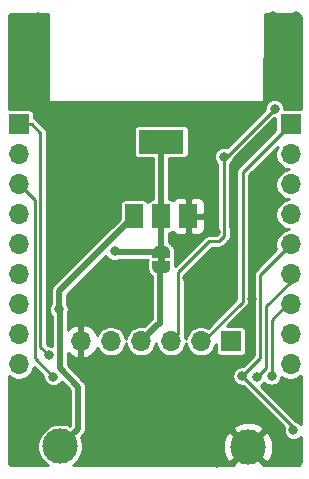
<source format=gbr>
%TF.GenerationSoftware,KiCad,Pcbnew,5.1.9-73d0e3b20d~88~ubuntu18.04.1*%
%TF.CreationDate,2021-11-28T01:15:10+02:00*%
%TF.ProjectId,ESP8266-Breakout,45535038-3236-4362-9d42-7265616b6f75,rev?*%
%TF.SameCoordinates,Original*%
%TF.FileFunction,Copper,L2,Bot*%
%TF.FilePolarity,Positive*%
%FSLAX46Y46*%
G04 Gerber Fmt 4.6, Leading zero omitted, Abs format (unit mm)*
G04 Created by KiCad (PCBNEW 5.1.9-73d0e3b20d~88~ubuntu18.04.1) date 2021-11-28 01:15:10*
%MOMM*%
%LPD*%
G01*
G04 APERTURE LIST*
%TA.AperFunction,EtchedComponent*%
%ADD10C,0.100000*%
%TD*%
%TA.AperFunction,SMDPad,CuDef*%
%ADD11R,1.500000X2.000000*%
%TD*%
%TA.AperFunction,SMDPad,CuDef*%
%ADD12R,3.800000X2.000000*%
%TD*%
%TA.AperFunction,SMDPad,CuDef*%
%ADD13C,0.100000*%
%TD*%
%TA.AperFunction,ComponentPad*%
%ADD14O,1.700000X1.700000*%
%TD*%
%TA.AperFunction,ComponentPad*%
%ADD15R,1.700000X1.700000*%
%TD*%
%TA.AperFunction,SMDPad,CuDef*%
%ADD16C,3.000000*%
%TD*%
%TA.AperFunction,ViaPad*%
%ADD17C,0.800000*%
%TD*%
%TA.AperFunction,Conductor*%
%ADD18C,0.500000*%
%TD*%
%TA.AperFunction,Conductor*%
%ADD19C,0.250000*%
%TD*%
%TA.AperFunction,Conductor*%
%ADD20C,0.254000*%
%TD*%
%TA.AperFunction,Conductor*%
%ADD21C,0.100000*%
%TD*%
G04 APERTURE END LIST*
D10*
%TO.C,JP501*%
G36*
X152950000Y-86100000D02*
G01*
X152950000Y-86600000D01*
X152350000Y-86600000D01*
X152350000Y-86100000D01*
X152950000Y-86100000D01*
G37*
%TD*%
D11*
%TO.P,U101,1*%
%TO.N,GND*%
X154950000Y-82650000D03*
%TO.P,U101,3*%
%TO.N,+5V*%
X150350000Y-82650000D03*
%TO.P,U101,2*%
%TO.N,+3V3*%
X152650000Y-82650000D03*
D12*
X152650000Y-76350000D03*
%TD*%
%TA.AperFunction,SMDPad,CuDef*%
D13*
%TO.P,JP501,1*%
%TO.N,Net-(J501-Pad4)*%
G36*
X153400000Y-86500000D02*
G01*
X153400000Y-87000000D01*
X153399398Y-87000000D01*
X153399398Y-87024534D01*
X153394588Y-87073365D01*
X153385016Y-87121490D01*
X153370772Y-87168445D01*
X153351995Y-87213778D01*
X153328864Y-87257051D01*
X153301604Y-87297850D01*
X153270476Y-87335779D01*
X153235779Y-87370476D01*
X153197850Y-87401604D01*
X153157051Y-87428864D01*
X153113778Y-87451995D01*
X153068445Y-87470772D01*
X153021490Y-87485016D01*
X152973365Y-87494588D01*
X152924534Y-87499398D01*
X152900000Y-87499398D01*
X152900000Y-87500000D01*
X152400000Y-87500000D01*
X152400000Y-87499398D01*
X152375466Y-87499398D01*
X152326635Y-87494588D01*
X152278510Y-87485016D01*
X152231555Y-87470772D01*
X152186222Y-87451995D01*
X152142949Y-87428864D01*
X152102150Y-87401604D01*
X152064221Y-87370476D01*
X152029524Y-87335779D01*
X151998396Y-87297850D01*
X151971136Y-87257051D01*
X151948005Y-87213778D01*
X151929228Y-87168445D01*
X151914984Y-87121490D01*
X151905412Y-87073365D01*
X151900602Y-87024534D01*
X151900602Y-87000000D01*
X151900000Y-87000000D01*
X151900000Y-86500000D01*
X153400000Y-86500000D01*
G37*
%TD.AperFunction*%
%TA.AperFunction,SMDPad,CuDef*%
%TO.P,JP501,2*%
%TO.N,+3V3*%
G36*
X151900602Y-85700000D02*
G01*
X151900602Y-85675466D01*
X151905412Y-85626635D01*
X151914984Y-85578510D01*
X151929228Y-85531555D01*
X151948005Y-85486222D01*
X151971136Y-85442949D01*
X151998396Y-85402150D01*
X152029524Y-85364221D01*
X152064221Y-85329524D01*
X152102150Y-85298396D01*
X152142949Y-85271136D01*
X152186222Y-85248005D01*
X152231555Y-85229228D01*
X152278510Y-85214984D01*
X152326635Y-85205412D01*
X152375466Y-85200602D01*
X152400000Y-85200602D01*
X152400000Y-85200000D01*
X152900000Y-85200000D01*
X152900000Y-85200602D01*
X152924534Y-85200602D01*
X152973365Y-85205412D01*
X153021490Y-85214984D01*
X153068445Y-85229228D01*
X153113778Y-85248005D01*
X153157051Y-85271136D01*
X153197850Y-85298396D01*
X153235779Y-85329524D01*
X153270476Y-85364221D01*
X153301604Y-85402150D01*
X153328864Y-85442949D01*
X153351995Y-85486222D01*
X153370772Y-85531555D01*
X153385016Y-85578510D01*
X153394588Y-85626635D01*
X153399398Y-85675466D01*
X153399398Y-85700000D01*
X153400000Y-85700000D01*
X153400000Y-86200000D01*
X151900000Y-86200000D01*
X151900000Y-85700000D01*
X151900602Y-85700000D01*
G37*
%TD.AperFunction*%
%TD*%
D14*
%TO.P,J501,6*%
%TO.N,GND*%
X145850000Y-93250000D03*
%TO.P,J501,5*%
%TO.N,Net-(J501-Pad5)*%
X148390000Y-93250000D03*
%TO.P,J501,4*%
%TO.N,Net-(J501-Pad4)*%
X150930000Y-93250000D03*
%TO.P,J501,3*%
%TO.N,/GPIO3*%
X153470000Y-93250000D03*
%TO.P,J501,2*%
%TO.N,/GPIO1*%
X156010000Y-93250000D03*
D15*
%TO.P,J501,1*%
%TO.N,Net-(J501-Pad1)*%
X158550000Y-93250000D03*
%TD*%
%TO.P,J101,1*%
%TO.N,/RST*%
X140600000Y-74900000D03*
D14*
%TO.P,J101,2*%
%TO.N,/ADC*%
X140600000Y-77440000D03*
%TO.P,J101,3*%
%TO.N,/EN*%
X140600000Y-79980000D03*
%TO.P,J101,4*%
%TO.N,/GPIO16*%
X140600000Y-82520000D03*
%TO.P,J101,5*%
%TO.N,/GPIO14*%
X140600000Y-85060000D03*
%TO.P,J101,6*%
%TO.N,/GPIO12*%
X140600000Y-87600000D03*
%TO.P,J101,7*%
%TO.N,/GPIO13*%
X140600000Y-90140000D03*
%TO.P,J101,8*%
%TO.N,+3V3*%
X140600000Y-92680000D03*
%TO.P,J101,9*%
%TO.N,+5V*%
X140600000Y-95220000D03*
%TD*%
%TO.P,J102,9*%
%TO.N,/GPIO10*%
X163600000Y-95220000D03*
%TO.P,J102,8*%
%TO.N,GND*%
X163600000Y-92680000D03*
%TO.P,J102,7*%
%TO.N,/GPIO15*%
X163600000Y-90140000D03*
%TO.P,J102,6*%
%TO.N,/GPIO2*%
X163600000Y-87600000D03*
%TO.P,J102,5*%
%TO.N,/GPIO0*%
X163600000Y-85060000D03*
%TO.P,J102,4*%
%TO.N,/GPIO4*%
X163600000Y-82520000D03*
%TO.P,J102,3*%
%TO.N,/GPIO5*%
X163600000Y-79980000D03*
%TO.P,J102,2*%
%TO.N,/GPIO3*%
X163600000Y-77440000D03*
D15*
%TO.P,J102,1*%
%TO.N,/GPIO1*%
X163600000Y-74900000D03*
%TD*%
D16*
%TO.P,TP101,1*%
%TO.N,+5V*%
X144100000Y-102150000D03*
%TD*%
%TO.P,TP102,1*%
%TO.N,GND*%
X160000000Y-102200000D03*
%TD*%
D17*
%TO.N,GND*%
X150400000Y-101250000D03*
X140150000Y-65850000D03*
X164050000Y-65750000D03*
X149250000Y-88050000D03*
X157100000Y-87850000D03*
X156050000Y-87900000D03*
X157150000Y-86850000D03*
X150350000Y-88050000D03*
X148100000Y-88050000D03*
X146950000Y-88050000D03*
X154850000Y-87900000D03*
X146600000Y-84000000D03*
X146600000Y-81100000D03*
X146700000Y-77650000D03*
X146700000Y-74350000D03*
X157650000Y-74300000D03*
X157250000Y-84000000D03*
X157150000Y-81100000D03*
X153750000Y-101300000D03*
X141600000Y-100800000D03*
X146750000Y-103500000D03*
X162550000Y-100800000D03*
X157400000Y-103550000D03*
X162150000Y-65700000D03*
X142250000Y-65800000D03*
X158650000Y-89550000D03*
X154950000Y-84950000D03*
X157150000Y-85850000D03*
X160300000Y-89700000D03*
X163850000Y-97400000D03*
%TO.N,+5V*%
X143974990Y-90550000D03*
%TO.N,+3V3*%
X148700000Y-85650000D03*
%TO.N,/EN*%
X143500000Y-96250000D03*
%TO.N,/GPIO2*%
X160750000Y-96250000D03*
%TO.N,/GPIO15*%
X162000000Y-96200000D03*
%TO.N,/RST*%
X143112340Y-94437660D03*
%TO.N,/GPIO0*%
X159500000Y-96200000D03*
X163850000Y-100800000D03*
%TO.N,/GPIO3*%
X162250000Y-73550000D03*
X157956019Y-77615146D03*
%TD*%
D18*
%TO.N,+5V*%
X143974990Y-89025010D02*
X143974990Y-89984315D01*
X143974990Y-89984315D02*
X143974990Y-90550000D01*
X150350000Y-82650000D02*
X143974990Y-89025010D01*
X145599999Y-100650001D02*
X144100000Y-102150000D01*
X145599999Y-97091997D02*
X145599999Y-100650001D01*
X144050000Y-95541998D02*
X145599999Y-97091997D01*
X143974990Y-90550000D02*
X144050000Y-90625010D01*
X144050000Y-90625010D02*
X144050000Y-95541998D01*
%TO.N,+3V3*%
X152650000Y-85700000D02*
X152650000Y-82650000D01*
X152650000Y-76350000D02*
X152650000Y-82650000D01*
X152650000Y-85700000D02*
X148750000Y-85700000D01*
X148750000Y-85700000D02*
X148700000Y-85650000D01*
D19*
%TO.N,/EN*%
X140600000Y-79980000D02*
X141950000Y-81330000D01*
X141950000Y-81330000D02*
X141950000Y-94700000D01*
X141950000Y-94700000D02*
X143500000Y-96250000D01*
%TO.N,/GPIO2*%
X160850000Y-96150000D02*
X161150000Y-95850000D01*
X160750000Y-96250000D02*
X161150000Y-95850000D01*
X163600000Y-88200000D02*
X163600000Y-87600000D01*
X161500000Y-90300000D02*
X163600000Y-88200000D01*
X161150000Y-95850000D02*
X161500000Y-95500000D01*
X161500000Y-95500000D02*
X161500000Y-90300000D01*
%TO.N,/GPIO15*%
X163310000Y-90140000D02*
X163600000Y-90140000D01*
X162000000Y-96100000D02*
X162000000Y-91450000D01*
X162000000Y-91450000D02*
X163310000Y-90140000D01*
X162000000Y-96100000D02*
X162000000Y-96200000D01*
%TO.N,/RST*%
X142400000Y-93725320D02*
X143112340Y-94437660D01*
X140600000Y-74900000D02*
X141700000Y-74900000D01*
X142400000Y-75600000D02*
X142400000Y-93725320D01*
X141700000Y-74900000D02*
X142400000Y-75600000D01*
%TO.N,/GPIO0*%
X159500000Y-96200000D02*
X163850000Y-100550000D01*
X163850000Y-100550000D02*
X163850000Y-100800000D01*
X161050000Y-94650000D02*
X159500000Y-96200000D01*
X163600000Y-85060000D02*
X161050000Y-87610000D01*
X161050000Y-87610000D02*
X161050000Y-94650000D01*
%TO.N,/GPIO3*%
X158184854Y-77615146D02*
X157956019Y-77615146D01*
X162250000Y-73550000D02*
X158184854Y-77615146D01*
X158000000Y-83750000D02*
X157956019Y-83706019D01*
X157975001Y-83774999D02*
X158000000Y-83750000D01*
X154100000Y-92620000D02*
X154100000Y-87400000D01*
X157975001Y-84348001D02*
X157975001Y-83774999D01*
X153470000Y-93250000D02*
X154100000Y-92620000D01*
X157956019Y-83706019D02*
X157956019Y-77793981D01*
X154100000Y-87400000D02*
X156700000Y-84800000D01*
X156700000Y-84800000D02*
X157523002Y-84800000D01*
X157956019Y-77793981D02*
X157956019Y-77615146D01*
X157523002Y-84800000D02*
X157975001Y-84348001D01*
%TO.N,/GPIO1*%
X156200000Y-93250000D02*
X156010000Y-93250000D01*
X159550000Y-89900000D02*
X156200000Y-93250000D01*
X163600000Y-74900000D02*
X159550000Y-78950000D01*
X159550000Y-78950000D02*
X159550000Y-89900000D01*
D18*
%TO.N,Net-(J501-Pad4)*%
X152550000Y-87100000D02*
X152650000Y-87000000D01*
X152550000Y-91780000D02*
X152550000Y-87100000D01*
X152400000Y-91780000D02*
X150930000Y-93250000D01*
X152550000Y-91780000D02*
X152400000Y-91780000D01*
%TD*%
D20*
%TO.N,GND*%
X162468337Y-76835114D02*
X162372074Y-77067513D01*
X162323000Y-77314226D01*
X162323000Y-77565774D01*
X162372074Y-77812487D01*
X162468337Y-78044886D01*
X162608089Y-78254040D01*
X162785960Y-78431911D01*
X162995114Y-78571663D01*
X163227513Y-78667926D01*
X163439034Y-78710000D01*
X163227513Y-78752074D01*
X162995114Y-78848337D01*
X162785960Y-78988089D01*
X162608089Y-79165960D01*
X162468337Y-79375114D01*
X162372074Y-79607513D01*
X162323000Y-79854226D01*
X162323000Y-80105774D01*
X162372074Y-80352487D01*
X162468337Y-80584886D01*
X162608089Y-80794040D01*
X162785960Y-80971911D01*
X162995114Y-81111663D01*
X163227513Y-81207926D01*
X163439034Y-81250000D01*
X163227513Y-81292074D01*
X162995114Y-81388337D01*
X162785960Y-81528089D01*
X162608089Y-81705960D01*
X162468337Y-81915114D01*
X162372074Y-82147513D01*
X162323000Y-82394226D01*
X162323000Y-82645774D01*
X162372074Y-82892487D01*
X162468337Y-83124886D01*
X162608089Y-83334040D01*
X162785960Y-83511911D01*
X162995114Y-83651663D01*
X163227513Y-83747926D01*
X163439034Y-83790000D01*
X163227513Y-83832074D01*
X162995114Y-83928337D01*
X162785960Y-84068089D01*
X162608089Y-84245960D01*
X162468337Y-84455114D01*
X162372074Y-84687513D01*
X162323000Y-84934226D01*
X162323000Y-85185774D01*
X162372074Y-85432487D01*
X162393981Y-85485374D01*
X160678856Y-87200500D01*
X160657789Y-87217789D01*
X160588809Y-87301842D01*
X160537552Y-87397738D01*
X160505988Y-87501790D01*
X160500691Y-87555574D01*
X160495330Y-87610000D01*
X160498000Y-87637106D01*
X160498001Y-94421353D01*
X159546355Y-95373000D01*
X159418548Y-95373000D01*
X159258773Y-95404782D01*
X159108269Y-95467123D01*
X158972819Y-95557628D01*
X158857628Y-95672819D01*
X158767123Y-95808269D01*
X158704782Y-95958773D01*
X158673000Y-96118548D01*
X158673000Y-96281452D01*
X158704782Y-96441227D01*
X158767123Y-96591731D01*
X158857628Y-96727181D01*
X158972819Y-96842372D01*
X159108269Y-96932877D01*
X159258773Y-96995218D01*
X159418548Y-97027000D01*
X159546356Y-97027000D01*
X163061620Y-100542265D01*
X163054782Y-100558773D01*
X163023000Y-100718548D01*
X163023000Y-100881452D01*
X163054782Y-101041227D01*
X163117123Y-101191731D01*
X163207628Y-101327181D01*
X163322819Y-101442372D01*
X163458269Y-101532877D01*
X163608773Y-101595218D01*
X163768548Y-101627000D01*
X163931452Y-101627000D01*
X164091227Y-101595218D01*
X164241731Y-101532877D01*
X164377181Y-101442372D01*
X164448001Y-101371552D01*
X164448001Y-103477883D01*
X164441151Y-103547749D01*
X164427283Y-103593679D01*
X164404758Y-103636043D01*
X164374435Y-103673223D01*
X164337471Y-103703802D01*
X164295261Y-103726625D01*
X164249432Y-103740812D01*
X164181037Y-103748000D01*
X161284191Y-103748000D01*
X161312048Y-103691653D01*
X160000000Y-102379605D01*
X158687952Y-103691653D01*
X158715809Y-103748000D01*
X145176933Y-103748000D01*
X145328391Y-103646799D01*
X145596799Y-103378391D01*
X145807685Y-103062777D01*
X145952947Y-102712085D01*
X146027000Y-102339793D01*
X146027000Y-102242824D01*
X157855098Y-102242824D01*
X157904666Y-102660451D01*
X158034757Y-103060383D01*
X158192786Y-103356038D01*
X158508347Y-103512048D01*
X159820395Y-102200000D01*
X160179605Y-102200000D01*
X161491653Y-103512048D01*
X161807214Y-103356038D01*
X161998020Y-102981255D01*
X162112044Y-102576449D01*
X162144902Y-102157176D01*
X162095334Y-101739549D01*
X161965243Y-101339617D01*
X161807214Y-101043962D01*
X161491653Y-100887952D01*
X160179605Y-102200000D01*
X159820395Y-102200000D01*
X158508347Y-100887952D01*
X158192786Y-101043962D01*
X158001980Y-101418745D01*
X157887956Y-101823551D01*
X157855098Y-102242824D01*
X146027000Y-102242824D01*
X146027000Y-101960207D01*
X145952947Y-101587915D01*
X145855285Y-101352138D01*
X146055200Y-101152223D01*
X146081026Y-101131028D01*
X146111406Y-101094011D01*
X146165627Y-101027942D01*
X146228491Y-100910331D01*
X146267203Y-100782716D01*
X146269217Y-100762262D01*
X146274527Y-100708347D01*
X158687952Y-100708347D01*
X160000000Y-102020395D01*
X161312048Y-100708347D01*
X161156038Y-100392786D01*
X160781255Y-100201980D01*
X160376449Y-100087956D01*
X159957176Y-100055098D01*
X159539549Y-100104666D01*
X159139617Y-100234757D01*
X158843962Y-100392786D01*
X158687952Y-100708347D01*
X146274527Y-100708347D01*
X146276999Y-100683253D01*
X146276999Y-100683246D01*
X146280273Y-100650001D01*
X146276999Y-100616756D01*
X146276999Y-97125249D01*
X146280274Y-97091997D01*
X146267203Y-96959282D01*
X146228491Y-96831667D01*
X146165627Y-96714056D01*
X146102223Y-96636798D01*
X146102217Y-96636792D01*
X146081025Y-96610970D01*
X146055205Y-96589780D01*
X144727000Y-95261576D01*
X144727000Y-94211430D01*
X144849731Y-94347588D01*
X145083080Y-94521641D01*
X145345901Y-94646825D01*
X145493110Y-94691476D01*
X145723000Y-94570155D01*
X145723000Y-93377000D01*
X145703000Y-93377000D01*
X145703000Y-93123000D01*
X145723000Y-93123000D01*
X145723000Y-91929845D01*
X145493110Y-91808524D01*
X145345901Y-91853175D01*
X145083080Y-91978359D01*
X144849731Y-92152412D01*
X144727000Y-92288570D01*
X144727000Y-90895540D01*
X144770208Y-90791227D01*
X144801990Y-90631452D01*
X144801990Y-90468548D01*
X144770208Y-90308773D01*
X144707867Y-90158269D01*
X144651990Y-90074643D01*
X144651990Y-89305432D01*
X147952059Y-86005364D01*
X147967123Y-86041731D01*
X148057628Y-86177181D01*
X148172819Y-86292372D01*
X148308269Y-86382877D01*
X148458773Y-86445218D01*
X148618548Y-86477000D01*
X148781452Y-86477000D01*
X148941227Y-86445218D01*
X149091731Y-86382877D01*
X149100527Y-86377000D01*
X151491098Y-86377000D01*
X151479178Y-86416293D01*
X151470934Y-86500000D01*
X151470934Y-87000000D01*
X151473342Y-87024450D01*
X151473342Y-87049009D01*
X151481586Y-87132715D01*
X151500708Y-87228848D01*
X151525124Y-87309336D01*
X151562633Y-87399892D01*
X151602284Y-87474075D01*
X151656740Y-87555574D01*
X151710100Y-87620592D01*
X151779408Y-87689900D01*
X151844426Y-87743260D01*
X151873001Y-87762353D01*
X151873000Y-91349577D01*
X151217424Y-92005154D01*
X151055774Y-91973000D01*
X150804226Y-91973000D01*
X150557513Y-92022074D01*
X150325114Y-92118337D01*
X150115960Y-92258089D01*
X149938089Y-92435960D01*
X149798337Y-92645114D01*
X149702074Y-92877513D01*
X149660000Y-93089034D01*
X149617926Y-92877513D01*
X149521663Y-92645114D01*
X149381911Y-92435960D01*
X149204040Y-92258089D01*
X148994886Y-92118337D01*
X148762487Y-92022074D01*
X148515774Y-91973000D01*
X148264226Y-91973000D01*
X148017513Y-92022074D01*
X147785114Y-92118337D01*
X147575960Y-92258089D01*
X147398089Y-92435960D01*
X147258337Y-92645114D01*
X147228803Y-92716416D01*
X147194157Y-92618748D01*
X147045178Y-92368645D01*
X146850269Y-92152412D01*
X146616920Y-91978359D01*
X146354099Y-91853175D01*
X146206890Y-91808524D01*
X145977000Y-91929845D01*
X145977000Y-93123000D01*
X145997000Y-93123000D01*
X145997000Y-93377000D01*
X145977000Y-93377000D01*
X145977000Y-94570155D01*
X146206890Y-94691476D01*
X146354099Y-94646825D01*
X146616920Y-94521641D01*
X146850269Y-94347588D01*
X147045178Y-94131355D01*
X147194157Y-93881252D01*
X147228803Y-93783584D01*
X147258337Y-93854886D01*
X147398089Y-94064040D01*
X147575960Y-94241911D01*
X147785114Y-94381663D01*
X148017513Y-94477926D01*
X148264226Y-94527000D01*
X148515774Y-94527000D01*
X148762487Y-94477926D01*
X148994886Y-94381663D01*
X149204040Y-94241911D01*
X149381911Y-94064040D01*
X149521663Y-93854886D01*
X149617926Y-93622487D01*
X149660000Y-93410966D01*
X149702074Y-93622487D01*
X149798337Y-93854886D01*
X149938089Y-94064040D01*
X150115960Y-94241911D01*
X150325114Y-94381663D01*
X150557513Y-94477926D01*
X150804226Y-94527000D01*
X151055774Y-94527000D01*
X151302487Y-94477926D01*
X151534886Y-94381663D01*
X151744040Y-94241911D01*
X151921911Y-94064040D01*
X152061663Y-93854886D01*
X152157926Y-93622487D01*
X152200000Y-93410966D01*
X152242074Y-93622487D01*
X152338337Y-93854886D01*
X152478089Y-94064040D01*
X152655960Y-94241911D01*
X152865114Y-94381663D01*
X153097513Y-94477926D01*
X153344226Y-94527000D01*
X153595774Y-94527000D01*
X153842487Y-94477926D01*
X154074886Y-94381663D01*
X154284040Y-94241911D01*
X154461911Y-94064040D01*
X154601663Y-93854886D01*
X154697926Y-93622487D01*
X154740000Y-93410966D01*
X154782074Y-93622487D01*
X154878337Y-93854886D01*
X155018089Y-94064040D01*
X155195960Y-94241911D01*
X155405114Y-94381663D01*
X155637513Y-94477926D01*
X155884226Y-94527000D01*
X156135774Y-94527000D01*
X156382487Y-94477926D01*
X156614886Y-94381663D01*
X156824040Y-94241911D01*
X157001911Y-94064040D01*
X157141663Y-93854886D01*
X157237926Y-93622487D01*
X157270934Y-93456544D01*
X157270934Y-94100000D01*
X157279178Y-94183707D01*
X157303595Y-94264196D01*
X157343245Y-94338376D01*
X157396605Y-94403395D01*
X157461624Y-94456755D01*
X157535804Y-94496405D01*
X157616293Y-94520822D01*
X157700000Y-94529066D01*
X159400000Y-94529066D01*
X159483707Y-94520822D01*
X159564196Y-94496405D01*
X159638376Y-94456755D01*
X159703395Y-94403395D01*
X159756755Y-94338376D01*
X159796405Y-94264196D01*
X159820822Y-94183707D01*
X159829066Y-94100000D01*
X159829066Y-92400000D01*
X159820822Y-92316293D01*
X159796405Y-92235804D01*
X159756755Y-92161624D01*
X159703395Y-92096605D01*
X159638376Y-92043245D01*
X159564196Y-92003595D01*
X159483707Y-91979178D01*
X159400000Y-91970934D01*
X158259711Y-91970934D01*
X159921154Y-90309492D01*
X159942211Y-90292211D01*
X160011191Y-90208158D01*
X160062448Y-90112263D01*
X160094012Y-90008211D01*
X160102000Y-89927109D01*
X160102000Y-89927099D01*
X160104669Y-89900001D01*
X160102000Y-89872903D01*
X160102000Y-79178644D01*
X162514261Y-76766383D01*
X162468337Y-76835114D01*
%TA.AperFunction,Conductor*%
D21*
G36*
X162468337Y-76835114D02*
G01*
X162372074Y-77067513D01*
X162323000Y-77314226D01*
X162323000Y-77565774D01*
X162372074Y-77812487D01*
X162468337Y-78044886D01*
X162608089Y-78254040D01*
X162785960Y-78431911D01*
X162995114Y-78571663D01*
X163227513Y-78667926D01*
X163439034Y-78710000D01*
X163227513Y-78752074D01*
X162995114Y-78848337D01*
X162785960Y-78988089D01*
X162608089Y-79165960D01*
X162468337Y-79375114D01*
X162372074Y-79607513D01*
X162323000Y-79854226D01*
X162323000Y-80105774D01*
X162372074Y-80352487D01*
X162468337Y-80584886D01*
X162608089Y-80794040D01*
X162785960Y-80971911D01*
X162995114Y-81111663D01*
X163227513Y-81207926D01*
X163439034Y-81250000D01*
X163227513Y-81292074D01*
X162995114Y-81388337D01*
X162785960Y-81528089D01*
X162608089Y-81705960D01*
X162468337Y-81915114D01*
X162372074Y-82147513D01*
X162323000Y-82394226D01*
X162323000Y-82645774D01*
X162372074Y-82892487D01*
X162468337Y-83124886D01*
X162608089Y-83334040D01*
X162785960Y-83511911D01*
X162995114Y-83651663D01*
X163227513Y-83747926D01*
X163439034Y-83790000D01*
X163227513Y-83832074D01*
X162995114Y-83928337D01*
X162785960Y-84068089D01*
X162608089Y-84245960D01*
X162468337Y-84455114D01*
X162372074Y-84687513D01*
X162323000Y-84934226D01*
X162323000Y-85185774D01*
X162372074Y-85432487D01*
X162393981Y-85485374D01*
X160678856Y-87200500D01*
X160657789Y-87217789D01*
X160588809Y-87301842D01*
X160537552Y-87397738D01*
X160505988Y-87501790D01*
X160500691Y-87555574D01*
X160495330Y-87610000D01*
X160498000Y-87637106D01*
X160498001Y-94421353D01*
X159546355Y-95373000D01*
X159418548Y-95373000D01*
X159258773Y-95404782D01*
X159108269Y-95467123D01*
X158972819Y-95557628D01*
X158857628Y-95672819D01*
X158767123Y-95808269D01*
X158704782Y-95958773D01*
X158673000Y-96118548D01*
X158673000Y-96281452D01*
X158704782Y-96441227D01*
X158767123Y-96591731D01*
X158857628Y-96727181D01*
X158972819Y-96842372D01*
X159108269Y-96932877D01*
X159258773Y-96995218D01*
X159418548Y-97027000D01*
X159546356Y-97027000D01*
X163061620Y-100542265D01*
X163054782Y-100558773D01*
X163023000Y-100718548D01*
X163023000Y-100881452D01*
X163054782Y-101041227D01*
X163117123Y-101191731D01*
X163207628Y-101327181D01*
X163322819Y-101442372D01*
X163458269Y-101532877D01*
X163608773Y-101595218D01*
X163768548Y-101627000D01*
X163931452Y-101627000D01*
X164091227Y-101595218D01*
X164241731Y-101532877D01*
X164377181Y-101442372D01*
X164448001Y-101371552D01*
X164448001Y-103477883D01*
X164441151Y-103547749D01*
X164427283Y-103593679D01*
X164404758Y-103636043D01*
X164374435Y-103673223D01*
X164337471Y-103703802D01*
X164295261Y-103726625D01*
X164249432Y-103740812D01*
X164181037Y-103748000D01*
X161284191Y-103748000D01*
X161312048Y-103691653D01*
X160000000Y-102379605D01*
X158687952Y-103691653D01*
X158715809Y-103748000D01*
X145176933Y-103748000D01*
X145328391Y-103646799D01*
X145596799Y-103378391D01*
X145807685Y-103062777D01*
X145952947Y-102712085D01*
X146027000Y-102339793D01*
X146027000Y-102242824D01*
X157855098Y-102242824D01*
X157904666Y-102660451D01*
X158034757Y-103060383D01*
X158192786Y-103356038D01*
X158508347Y-103512048D01*
X159820395Y-102200000D01*
X160179605Y-102200000D01*
X161491653Y-103512048D01*
X161807214Y-103356038D01*
X161998020Y-102981255D01*
X162112044Y-102576449D01*
X162144902Y-102157176D01*
X162095334Y-101739549D01*
X161965243Y-101339617D01*
X161807214Y-101043962D01*
X161491653Y-100887952D01*
X160179605Y-102200000D01*
X159820395Y-102200000D01*
X158508347Y-100887952D01*
X158192786Y-101043962D01*
X158001980Y-101418745D01*
X157887956Y-101823551D01*
X157855098Y-102242824D01*
X146027000Y-102242824D01*
X146027000Y-101960207D01*
X145952947Y-101587915D01*
X145855285Y-101352138D01*
X146055200Y-101152223D01*
X146081026Y-101131028D01*
X146111406Y-101094011D01*
X146165627Y-101027942D01*
X146228491Y-100910331D01*
X146267203Y-100782716D01*
X146269217Y-100762262D01*
X146274527Y-100708347D01*
X158687952Y-100708347D01*
X160000000Y-102020395D01*
X161312048Y-100708347D01*
X161156038Y-100392786D01*
X160781255Y-100201980D01*
X160376449Y-100087956D01*
X159957176Y-100055098D01*
X159539549Y-100104666D01*
X159139617Y-100234757D01*
X158843962Y-100392786D01*
X158687952Y-100708347D01*
X146274527Y-100708347D01*
X146276999Y-100683253D01*
X146276999Y-100683246D01*
X146280273Y-100650001D01*
X146276999Y-100616756D01*
X146276999Y-97125249D01*
X146280274Y-97091997D01*
X146267203Y-96959282D01*
X146228491Y-96831667D01*
X146165627Y-96714056D01*
X146102223Y-96636798D01*
X146102217Y-96636792D01*
X146081025Y-96610970D01*
X146055205Y-96589780D01*
X144727000Y-95261576D01*
X144727000Y-94211430D01*
X144849731Y-94347588D01*
X145083080Y-94521641D01*
X145345901Y-94646825D01*
X145493110Y-94691476D01*
X145723000Y-94570155D01*
X145723000Y-93377000D01*
X145703000Y-93377000D01*
X145703000Y-93123000D01*
X145723000Y-93123000D01*
X145723000Y-91929845D01*
X145493110Y-91808524D01*
X145345901Y-91853175D01*
X145083080Y-91978359D01*
X144849731Y-92152412D01*
X144727000Y-92288570D01*
X144727000Y-90895540D01*
X144770208Y-90791227D01*
X144801990Y-90631452D01*
X144801990Y-90468548D01*
X144770208Y-90308773D01*
X144707867Y-90158269D01*
X144651990Y-90074643D01*
X144651990Y-89305432D01*
X147952059Y-86005364D01*
X147967123Y-86041731D01*
X148057628Y-86177181D01*
X148172819Y-86292372D01*
X148308269Y-86382877D01*
X148458773Y-86445218D01*
X148618548Y-86477000D01*
X148781452Y-86477000D01*
X148941227Y-86445218D01*
X149091731Y-86382877D01*
X149100527Y-86377000D01*
X151491098Y-86377000D01*
X151479178Y-86416293D01*
X151470934Y-86500000D01*
X151470934Y-87000000D01*
X151473342Y-87024450D01*
X151473342Y-87049009D01*
X151481586Y-87132715D01*
X151500708Y-87228848D01*
X151525124Y-87309336D01*
X151562633Y-87399892D01*
X151602284Y-87474075D01*
X151656740Y-87555574D01*
X151710100Y-87620592D01*
X151779408Y-87689900D01*
X151844426Y-87743260D01*
X151873001Y-87762353D01*
X151873000Y-91349577D01*
X151217424Y-92005154D01*
X151055774Y-91973000D01*
X150804226Y-91973000D01*
X150557513Y-92022074D01*
X150325114Y-92118337D01*
X150115960Y-92258089D01*
X149938089Y-92435960D01*
X149798337Y-92645114D01*
X149702074Y-92877513D01*
X149660000Y-93089034D01*
X149617926Y-92877513D01*
X149521663Y-92645114D01*
X149381911Y-92435960D01*
X149204040Y-92258089D01*
X148994886Y-92118337D01*
X148762487Y-92022074D01*
X148515774Y-91973000D01*
X148264226Y-91973000D01*
X148017513Y-92022074D01*
X147785114Y-92118337D01*
X147575960Y-92258089D01*
X147398089Y-92435960D01*
X147258337Y-92645114D01*
X147228803Y-92716416D01*
X147194157Y-92618748D01*
X147045178Y-92368645D01*
X146850269Y-92152412D01*
X146616920Y-91978359D01*
X146354099Y-91853175D01*
X146206890Y-91808524D01*
X145977000Y-91929845D01*
X145977000Y-93123000D01*
X145997000Y-93123000D01*
X145997000Y-93377000D01*
X145977000Y-93377000D01*
X145977000Y-94570155D01*
X146206890Y-94691476D01*
X146354099Y-94646825D01*
X146616920Y-94521641D01*
X146850269Y-94347588D01*
X147045178Y-94131355D01*
X147194157Y-93881252D01*
X147228803Y-93783584D01*
X147258337Y-93854886D01*
X147398089Y-94064040D01*
X147575960Y-94241911D01*
X147785114Y-94381663D01*
X148017513Y-94477926D01*
X148264226Y-94527000D01*
X148515774Y-94527000D01*
X148762487Y-94477926D01*
X148994886Y-94381663D01*
X149204040Y-94241911D01*
X149381911Y-94064040D01*
X149521663Y-93854886D01*
X149617926Y-93622487D01*
X149660000Y-93410966D01*
X149702074Y-93622487D01*
X149798337Y-93854886D01*
X149938089Y-94064040D01*
X150115960Y-94241911D01*
X150325114Y-94381663D01*
X150557513Y-94477926D01*
X150804226Y-94527000D01*
X151055774Y-94527000D01*
X151302487Y-94477926D01*
X151534886Y-94381663D01*
X151744040Y-94241911D01*
X151921911Y-94064040D01*
X152061663Y-93854886D01*
X152157926Y-93622487D01*
X152200000Y-93410966D01*
X152242074Y-93622487D01*
X152338337Y-93854886D01*
X152478089Y-94064040D01*
X152655960Y-94241911D01*
X152865114Y-94381663D01*
X153097513Y-94477926D01*
X153344226Y-94527000D01*
X153595774Y-94527000D01*
X153842487Y-94477926D01*
X154074886Y-94381663D01*
X154284040Y-94241911D01*
X154461911Y-94064040D01*
X154601663Y-93854886D01*
X154697926Y-93622487D01*
X154740000Y-93410966D01*
X154782074Y-93622487D01*
X154878337Y-93854886D01*
X155018089Y-94064040D01*
X155195960Y-94241911D01*
X155405114Y-94381663D01*
X155637513Y-94477926D01*
X155884226Y-94527000D01*
X156135774Y-94527000D01*
X156382487Y-94477926D01*
X156614886Y-94381663D01*
X156824040Y-94241911D01*
X157001911Y-94064040D01*
X157141663Y-93854886D01*
X157237926Y-93622487D01*
X157270934Y-93456544D01*
X157270934Y-94100000D01*
X157279178Y-94183707D01*
X157303595Y-94264196D01*
X157343245Y-94338376D01*
X157396605Y-94403395D01*
X157461624Y-94456755D01*
X157535804Y-94496405D01*
X157616293Y-94520822D01*
X157700000Y-94529066D01*
X159400000Y-94529066D01*
X159483707Y-94520822D01*
X159564196Y-94496405D01*
X159638376Y-94456755D01*
X159703395Y-94403395D01*
X159756755Y-94338376D01*
X159796405Y-94264196D01*
X159820822Y-94183707D01*
X159829066Y-94100000D01*
X159829066Y-92400000D01*
X159820822Y-92316293D01*
X159796405Y-92235804D01*
X159756755Y-92161624D01*
X159703395Y-92096605D01*
X159638376Y-92043245D01*
X159564196Y-92003595D01*
X159483707Y-91979178D01*
X159400000Y-91970934D01*
X158259711Y-91970934D01*
X159921154Y-90309492D01*
X159942211Y-90292211D01*
X160011191Y-90208158D01*
X160062448Y-90112263D01*
X160094012Y-90008211D01*
X160102000Y-89927109D01*
X160102000Y-89927099D01*
X160104669Y-89900001D01*
X160102000Y-89872903D01*
X160102000Y-79178644D01*
X162514261Y-76766383D01*
X162468337Y-76835114D01*
G37*
%TD.AperFunction*%
D20*
X142673000Y-96203645D02*
X142673000Y-96331452D01*
X142704782Y-96491227D01*
X142767123Y-96641731D01*
X142857628Y-96777181D01*
X142972819Y-96892372D01*
X143108269Y-96982877D01*
X143258773Y-97045218D01*
X143418548Y-97077000D01*
X143581452Y-97077000D01*
X143741227Y-97045218D01*
X143891731Y-96982877D01*
X144027181Y-96892372D01*
X144142372Y-96777181D01*
X144216628Y-96666049D01*
X144922999Y-97372420D01*
X144923000Y-100369577D01*
X144897862Y-100394715D01*
X144662085Y-100297053D01*
X144289793Y-100223000D01*
X143910207Y-100223000D01*
X143537915Y-100297053D01*
X143187223Y-100442315D01*
X142871609Y-100653201D01*
X142603201Y-100921609D01*
X142392315Y-101237223D01*
X142247053Y-101587915D01*
X142173000Y-101960207D01*
X142173000Y-102339793D01*
X142247053Y-102712085D01*
X142392315Y-103062777D01*
X142603201Y-103378391D01*
X142871609Y-103646799D01*
X143023067Y-103748000D01*
X140022107Y-103748000D01*
X139952251Y-103741151D01*
X139906321Y-103727283D01*
X139863957Y-103704758D01*
X139826777Y-103674435D01*
X139796198Y-103637471D01*
X139773375Y-103595261D01*
X139759188Y-103549432D01*
X139752000Y-103481037D01*
X139752000Y-96177951D01*
X139785960Y-96211911D01*
X139995114Y-96351663D01*
X140227513Y-96447926D01*
X140474226Y-96497000D01*
X140725774Y-96497000D01*
X140972487Y-96447926D01*
X141204886Y-96351663D01*
X141414040Y-96211911D01*
X141591911Y-96034040D01*
X141731663Y-95824886D01*
X141827926Y-95592487D01*
X141866735Y-95397379D01*
X142673000Y-96203645D01*
%TA.AperFunction,Conductor*%
D21*
G36*
X142673000Y-96203645D02*
G01*
X142673000Y-96331452D01*
X142704782Y-96491227D01*
X142767123Y-96641731D01*
X142857628Y-96777181D01*
X142972819Y-96892372D01*
X143108269Y-96982877D01*
X143258773Y-97045218D01*
X143418548Y-97077000D01*
X143581452Y-97077000D01*
X143741227Y-97045218D01*
X143891731Y-96982877D01*
X144027181Y-96892372D01*
X144142372Y-96777181D01*
X144216628Y-96666049D01*
X144922999Y-97372420D01*
X144923000Y-100369577D01*
X144897862Y-100394715D01*
X144662085Y-100297053D01*
X144289793Y-100223000D01*
X143910207Y-100223000D01*
X143537915Y-100297053D01*
X143187223Y-100442315D01*
X142871609Y-100653201D01*
X142603201Y-100921609D01*
X142392315Y-101237223D01*
X142247053Y-101587915D01*
X142173000Y-101960207D01*
X142173000Y-102339793D01*
X142247053Y-102712085D01*
X142392315Y-103062777D01*
X142603201Y-103378391D01*
X142871609Y-103646799D01*
X143023067Y-103748000D01*
X140022107Y-103748000D01*
X139952251Y-103741151D01*
X139906321Y-103727283D01*
X139863957Y-103704758D01*
X139826777Y-103674435D01*
X139796198Y-103637471D01*
X139773375Y-103595261D01*
X139759188Y-103549432D01*
X139752000Y-103481037D01*
X139752000Y-96177951D01*
X139785960Y-96211911D01*
X139995114Y-96351663D01*
X140227513Y-96447926D01*
X140474226Y-96497000D01*
X140725774Y-96497000D01*
X140972487Y-96447926D01*
X141204886Y-96351663D01*
X141414040Y-96211911D01*
X141591911Y-96034040D01*
X141731663Y-95824886D01*
X141827926Y-95592487D01*
X141866735Y-95397379D01*
X142673000Y-96203645D01*
G37*
%TD.AperFunction*%
D20*
X164448001Y-100228448D02*
X164377181Y-100157628D01*
X164241731Y-100067123D01*
X164091227Y-100004782D01*
X164083987Y-100003342D01*
X161086428Y-97005784D01*
X161141731Y-96982877D01*
X161277181Y-96892372D01*
X161392372Y-96777181D01*
X161398483Y-96768036D01*
X161472819Y-96842372D01*
X161608269Y-96932877D01*
X161758773Y-96995218D01*
X161918548Y-97027000D01*
X162081452Y-97027000D01*
X162241227Y-96995218D01*
X162391731Y-96932877D01*
X162527181Y-96842372D01*
X162642372Y-96727181D01*
X162732877Y-96591731D01*
X162795218Y-96441227D01*
X162827000Y-96281452D01*
X162827000Y-96239333D01*
X162995114Y-96351663D01*
X163227513Y-96447926D01*
X163474226Y-96497000D01*
X163725774Y-96497000D01*
X163972487Y-96447926D01*
X164204886Y-96351663D01*
X164414040Y-96211911D01*
X164448001Y-96177950D01*
X164448001Y-100228448D01*
%TA.AperFunction,Conductor*%
D21*
G36*
X164448001Y-100228448D02*
G01*
X164377181Y-100157628D01*
X164241731Y-100067123D01*
X164091227Y-100004782D01*
X164083987Y-100003342D01*
X161086428Y-97005784D01*
X161141731Y-96982877D01*
X161277181Y-96892372D01*
X161392372Y-96777181D01*
X161398483Y-96768036D01*
X161472819Y-96842372D01*
X161608269Y-96932877D01*
X161758773Y-96995218D01*
X161918548Y-97027000D01*
X162081452Y-97027000D01*
X162241227Y-96995218D01*
X162391731Y-96932877D01*
X162527181Y-96842372D01*
X162642372Y-96727181D01*
X162732877Y-96591731D01*
X162795218Y-96441227D01*
X162827000Y-96281452D01*
X162827000Y-96239333D01*
X162995114Y-96351663D01*
X163227513Y-96447926D01*
X163474226Y-96497000D01*
X163725774Y-96497000D01*
X163972487Y-96447926D01*
X164204886Y-96351663D01*
X164414040Y-96211911D01*
X164448001Y-96177950D01*
X164448001Y-100228448D01*
G37*
%TD.AperFunction*%
D20*
X143023000Y-72900000D02*
X143025440Y-72924776D01*
X143032667Y-72948601D01*
X143044403Y-72970557D01*
X143060197Y-72989803D01*
X143079443Y-73005597D01*
X143101399Y-73017333D01*
X143125224Y-73024560D01*
X143150000Y-73027000D01*
X161250000Y-73027000D01*
X161273978Y-73024716D01*
X161297848Y-73017642D01*
X161319879Y-73006047D01*
X161339225Y-72990376D01*
X161355142Y-72971233D01*
X161367019Y-72949352D01*
X161374398Y-72925574D01*
X161376997Y-72900814D01*
X161424105Y-65552000D01*
X164177893Y-65552000D01*
X164247749Y-65558849D01*
X164293679Y-65572717D01*
X164336043Y-65595242D01*
X164373223Y-65625565D01*
X164403802Y-65662529D01*
X164426625Y-65704739D01*
X164440812Y-65750568D01*
X164448000Y-65818963D01*
X164448000Y-73620934D01*
X163077000Y-73620934D01*
X163077000Y-73468548D01*
X163045218Y-73308773D01*
X162982877Y-73158269D01*
X162892372Y-73022819D01*
X162777181Y-72907628D01*
X162641731Y-72817123D01*
X162491227Y-72754782D01*
X162331452Y-72723000D01*
X162168548Y-72723000D01*
X162008773Y-72754782D01*
X161858269Y-72817123D01*
X161722819Y-72907628D01*
X161607628Y-73022819D01*
X161517123Y-73158269D01*
X161454782Y-73308773D01*
X161423000Y-73468548D01*
X161423000Y-73596354D01*
X158198789Y-76820567D01*
X158197246Y-76819928D01*
X158037471Y-76788146D01*
X157874567Y-76788146D01*
X157714792Y-76819928D01*
X157564288Y-76882269D01*
X157428838Y-76972774D01*
X157313647Y-77087965D01*
X157223142Y-77223415D01*
X157160801Y-77373919D01*
X157129019Y-77533694D01*
X157129019Y-77696598D01*
X157160801Y-77856373D01*
X157223142Y-78006877D01*
X157313647Y-78142327D01*
X157404020Y-78232700D01*
X157404019Y-83678913D01*
X157401349Y-83706019D01*
X157404019Y-83733125D01*
X157404019Y-83733127D01*
X157412007Y-83814229D01*
X157423001Y-83850471D01*
X157423001Y-84119356D01*
X157294357Y-84248000D01*
X156727097Y-84248000D01*
X156699999Y-84245331D01*
X156672901Y-84248000D01*
X156672891Y-84248000D01*
X156591789Y-84255988D01*
X156487737Y-84287552D01*
X156455712Y-84304670D01*
X156391841Y-84338809D01*
X156347610Y-84375109D01*
X156307789Y-84407789D01*
X156290508Y-84428846D01*
X153829066Y-86890290D01*
X153829066Y-86500000D01*
X153820822Y-86416293D01*
X153800711Y-86350000D01*
X153820822Y-86283707D01*
X153829066Y-86200000D01*
X153829066Y-85700000D01*
X153826658Y-85675550D01*
X153826658Y-85650991D01*
X153818414Y-85567285D01*
X153799292Y-85471152D01*
X153774876Y-85390664D01*
X153737367Y-85300108D01*
X153697716Y-85225925D01*
X153643260Y-85144426D01*
X153589900Y-85079408D01*
X153520592Y-85010100D01*
X153455574Y-84956740D01*
X153374075Y-84902284D01*
X153327000Y-84877122D01*
X153327000Y-84079066D01*
X153400000Y-84079066D01*
X153483707Y-84070822D01*
X153564196Y-84046405D01*
X153638376Y-84006755D01*
X153660824Y-83988332D01*
X153669463Y-84004494D01*
X153748815Y-84101185D01*
X153845506Y-84180537D01*
X153955820Y-84239502D01*
X154075518Y-84275812D01*
X154200000Y-84288072D01*
X154664250Y-84285000D01*
X154823000Y-84126250D01*
X154823000Y-82777000D01*
X155077000Y-82777000D01*
X155077000Y-84126250D01*
X155235750Y-84285000D01*
X155700000Y-84288072D01*
X155824482Y-84275812D01*
X155944180Y-84239502D01*
X156054494Y-84180537D01*
X156151185Y-84101185D01*
X156230537Y-84004494D01*
X156289502Y-83894180D01*
X156325812Y-83774482D01*
X156338072Y-83650000D01*
X156335000Y-82935750D01*
X156176250Y-82777000D01*
X155077000Y-82777000D01*
X154823000Y-82777000D01*
X154803000Y-82777000D01*
X154803000Y-82523000D01*
X154823000Y-82523000D01*
X154823000Y-81173750D01*
X155077000Y-81173750D01*
X155077000Y-82523000D01*
X156176250Y-82523000D01*
X156335000Y-82364250D01*
X156338072Y-81650000D01*
X156325812Y-81525518D01*
X156289502Y-81405820D01*
X156230537Y-81295506D01*
X156151185Y-81198815D01*
X156054494Y-81119463D01*
X155944180Y-81060498D01*
X155824482Y-81024188D01*
X155700000Y-81011928D01*
X155235750Y-81015000D01*
X155077000Y-81173750D01*
X154823000Y-81173750D01*
X154664250Y-81015000D01*
X154200000Y-81011928D01*
X154075518Y-81024188D01*
X153955820Y-81060498D01*
X153845506Y-81119463D01*
X153748815Y-81198815D01*
X153669463Y-81295506D01*
X153660824Y-81311668D01*
X153638376Y-81293245D01*
X153564196Y-81253595D01*
X153483707Y-81229178D01*
X153400000Y-81220934D01*
X153327000Y-81220934D01*
X153327000Y-77779066D01*
X154550000Y-77779066D01*
X154633707Y-77770822D01*
X154714196Y-77746405D01*
X154788376Y-77706755D01*
X154853395Y-77653395D01*
X154906755Y-77588376D01*
X154946405Y-77514196D01*
X154970822Y-77433707D01*
X154979066Y-77350000D01*
X154979066Y-75350000D01*
X154970822Y-75266293D01*
X154946405Y-75185804D01*
X154906755Y-75111624D01*
X154853395Y-75046605D01*
X154788376Y-74993245D01*
X154714196Y-74953595D01*
X154633707Y-74929178D01*
X154550000Y-74920934D01*
X150750000Y-74920934D01*
X150666293Y-74929178D01*
X150585804Y-74953595D01*
X150511624Y-74993245D01*
X150446605Y-75046605D01*
X150393245Y-75111624D01*
X150353595Y-75185804D01*
X150329178Y-75266293D01*
X150320934Y-75350000D01*
X150320934Y-77350000D01*
X150329178Y-77433707D01*
X150353595Y-77514196D01*
X150393245Y-77588376D01*
X150446605Y-77653395D01*
X150511624Y-77706755D01*
X150585804Y-77746405D01*
X150666293Y-77770822D01*
X150750000Y-77779066D01*
X151973000Y-77779066D01*
X151973001Y-81220934D01*
X151900000Y-81220934D01*
X151816293Y-81229178D01*
X151735804Y-81253595D01*
X151661624Y-81293245D01*
X151596605Y-81346605D01*
X151543245Y-81411624D01*
X151503595Y-81485804D01*
X151500000Y-81497655D01*
X151496405Y-81485804D01*
X151456755Y-81411624D01*
X151403395Y-81346605D01*
X151338376Y-81293245D01*
X151264196Y-81253595D01*
X151183707Y-81229178D01*
X151100000Y-81220934D01*
X149600000Y-81220934D01*
X149516293Y-81229178D01*
X149435804Y-81253595D01*
X149361624Y-81293245D01*
X149296605Y-81346605D01*
X149243245Y-81411624D01*
X149203595Y-81485804D01*
X149179178Y-81566293D01*
X149170934Y-81650000D01*
X149170934Y-82871643D01*
X143519790Y-88522788D01*
X143493963Y-88543984D01*
X143409362Y-88647070D01*
X143346498Y-88764681D01*
X143307786Y-88892296D01*
X143297990Y-88991759D01*
X143297990Y-88991765D01*
X143294716Y-89025010D01*
X143297990Y-89058255D01*
X143297991Y-89951055D01*
X143297990Y-89951064D01*
X143297990Y-90074643D01*
X143242113Y-90158269D01*
X143179772Y-90308773D01*
X143147990Y-90468548D01*
X143147990Y-90631452D01*
X143179772Y-90791227D01*
X143242113Y-90941731D01*
X143332618Y-91077181D01*
X143373000Y-91117563D01*
X143373001Y-93650492D01*
X143353567Y-93642442D01*
X143193792Y-93610660D01*
X143065984Y-93610660D01*
X142952000Y-93496676D01*
X142952000Y-75627097D01*
X142954669Y-75599999D01*
X142952000Y-75572901D01*
X142952000Y-75572891D01*
X142944012Y-75491789D01*
X142912448Y-75387737D01*
X142861191Y-75291842D01*
X142792211Y-75207789D01*
X142771154Y-75190508D01*
X142109500Y-74528856D01*
X142092211Y-74507789D01*
X142008158Y-74438809D01*
X141912263Y-74387552D01*
X141879066Y-74377482D01*
X141879066Y-74050000D01*
X141870822Y-73966293D01*
X141846405Y-73885804D01*
X141806755Y-73811624D01*
X141753395Y-73746605D01*
X141688376Y-73693245D01*
X141614196Y-73653595D01*
X141533707Y-73629178D01*
X141450000Y-73620934D01*
X139752000Y-73620934D01*
X139752000Y-65822107D01*
X139758849Y-65752251D01*
X139772717Y-65706321D01*
X139795242Y-65663957D01*
X139825565Y-65626777D01*
X139862529Y-65596198D01*
X139904739Y-65573375D01*
X139950568Y-65559188D01*
X140018963Y-65552000D01*
X143023000Y-65552000D01*
X143023000Y-72900000D01*
%TA.AperFunction,Conductor*%
D21*
G36*
X143023000Y-72900000D02*
G01*
X143025440Y-72924776D01*
X143032667Y-72948601D01*
X143044403Y-72970557D01*
X143060197Y-72989803D01*
X143079443Y-73005597D01*
X143101399Y-73017333D01*
X143125224Y-73024560D01*
X143150000Y-73027000D01*
X161250000Y-73027000D01*
X161273978Y-73024716D01*
X161297848Y-73017642D01*
X161319879Y-73006047D01*
X161339225Y-72990376D01*
X161355142Y-72971233D01*
X161367019Y-72949352D01*
X161374398Y-72925574D01*
X161376997Y-72900814D01*
X161424105Y-65552000D01*
X164177893Y-65552000D01*
X164247749Y-65558849D01*
X164293679Y-65572717D01*
X164336043Y-65595242D01*
X164373223Y-65625565D01*
X164403802Y-65662529D01*
X164426625Y-65704739D01*
X164440812Y-65750568D01*
X164448000Y-65818963D01*
X164448000Y-73620934D01*
X163077000Y-73620934D01*
X163077000Y-73468548D01*
X163045218Y-73308773D01*
X162982877Y-73158269D01*
X162892372Y-73022819D01*
X162777181Y-72907628D01*
X162641731Y-72817123D01*
X162491227Y-72754782D01*
X162331452Y-72723000D01*
X162168548Y-72723000D01*
X162008773Y-72754782D01*
X161858269Y-72817123D01*
X161722819Y-72907628D01*
X161607628Y-73022819D01*
X161517123Y-73158269D01*
X161454782Y-73308773D01*
X161423000Y-73468548D01*
X161423000Y-73596354D01*
X158198789Y-76820567D01*
X158197246Y-76819928D01*
X158037471Y-76788146D01*
X157874567Y-76788146D01*
X157714792Y-76819928D01*
X157564288Y-76882269D01*
X157428838Y-76972774D01*
X157313647Y-77087965D01*
X157223142Y-77223415D01*
X157160801Y-77373919D01*
X157129019Y-77533694D01*
X157129019Y-77696598D01*
X157160801Y-77856373D01*
X157223142Y-78006877D01*
X157313647Y-78142327D01*
X157404020Y-78232700D01*
X157404019Y-83678913D01*
X157401349Y-83706019D01*
X157404019Y-83733125D01*
X157404019Y-83733127D01*
X157412007Y-83814229D01*
X157423001Y-83850471D01*
X157423001Y-84119356D01*
X157294357Y-84248000D01*
X156727097Y-84248000D01*
X156699999Y-84245331D01*
X156672901Y-84248000D01*
X156672891Y-84248000D01*
X156591789Y-84255988D01*
X156487737Y-84287552D01*
X156455712Y-84304670D01*
X156391841Y-84338809D01*
X156347610Y-84375109D01*
X156307789Y-84407789D01*
X156290508Y-84428846D01*
X153829066Y-86890290D01*
X153829066Y-86500000D01*
X153820822Y-86416293D01*
X153800711Y-86350000D01*
X153820822Y-86283707D01*
X153829066Y-86200000D01*
X153829066Y-85700000D01*
X153826658Y-85675550D01*
X153826658Y-85650991D01*
X153818414Y-85567285D01*
X153799292Y-85471152D01*
X153774876Y-85390664D01*
X153737367Y-85300108D01*
X153697716Y-85225925D01*
X153643260Y-85144426D01*
X153589900Y-85079408D01*
X153520592Y-85010100D01*
X153455574Y-84956740D01*
X153374075Y-84902284D01*
X153327000Y-84877122D01*
X153327000Y-84079066D01*
X153400000Y-84079066D01*
X153483707Y-84070822D01*
X153564196Y-84046405D01*
X153638376Y-84006755D01*
X153660824Y-83988332D01*
X153669463Y-84004494D01*
X153748815Y-84101185D01*
X153845506Y-84180537D01*
X153955820Y-84239502D01*
X154075518Y-84275812D01*
X154200000Y-84288072D01*
X154664250Y-84285000D01*
X154823000Y-84126250D01*
X154823000Y-82777000D01*
X155077000Y-82777000D01*
X155077000Y-84126250D01*
X155235750Y-84285000D01*
X155700000Y-84288072D01*
X155824482Y-84275812D01*
X155944180Y-84239502D01*
X156054494Y-84180537D01*
X156151185Y-84101185D01*
X156230537Y-84004494D01*
X156289502Y-83894180D01*
X156325812Y-83774482D01*
X156338072Y-83650000D01*
X156335000Y-82935750D01*
X156176250Y-82777000D01*
X155077000Y-82777000D01*
X154823000Y-82777000D01*
X154803000Y-82777000D01*
X154803000Y-82523000D01*
X154823000Y-82523000D01*
X154823000Y-81173750D01*
X155077000Y-81173750D01*
X155077000Y-82523000D01*
X156176250Y-82523000D01*
X156335000Y-82364250D01*
X156338072Y-81650000D01*
X156325812Y-81525518D01*
X156289502Y-81405820D01*
X156230537Y-81295506D01*
X156151185Y-81198815D01*
X156054494Y-81119463D01*
X155944180Y-81060498D01*
X155824482Y-81024188D01*
X155700000Y-81011928D01*
X155235750Y-81015000D01*
X155077000Y-81173750D01*
X154823000Y-81173750D01*
X154664250Y-81015000D01*
X154200000Y-81011928D01*
X154075518Y-81024188D01*
X153955820Y-81060498D01*
X153845506Y-81119463D01*
X153748815Y-81198815D01*
X153669463Y-81295506D01*
X153660824Y-81311668D01*
X153638376Y-81293245D01*
X153564196Y-81253595D01*
X153483707Y-81229178D01*
X153400000Y-81220934D01*
X153327000Y-81220934D01*
X153327000Y-77779066D01*
X154550000Y-77779066D01*
X154633707Y-77770822D01*
X154714196Y-77746405D01*
X154788376Y-77706755D01*
X154853395Y-77653395D01*
X154906755Y-77588376D01*
X154946405Y-77514196D01*
X154970822Y-77433707D01*
X154979066Y-77350000D01*
X154979066Y-75350000D01*
X154970822Y-75266293D01*
X154946405Y-75185804D01*
X154906755Y-75111624D01*
X154853395Y-75046605D01*
X154788376Y-74993245D01*
X154714196Y-74953595D01*
X154633707Y-74929178D01*
X154550000Y-74920934D01*
X150750000Y-74920934D01*
X150666293Y-74929178D01*
X150585804Y-74953595D01*
X150511624Y-74993245D01*
X150446605Y-75046605D01*
X150393245Y-75111624D01*
X150353595Y-75185804D01*
X150329178Y-75266293D01*
X150320934Y-75350000D01*
X150320934Y-77350000D01*
X150329178Y-77433707D01*
X150353595Y-77514196D01*
X150393245Y-77588376D01*
X150446605Y-77653395D01*
X150511624Y-77706755D01*
X150585804Y-77746405D01*
X150666293Y-77770822D01*
X150750000Y-77779066D01*
X151973000Y-77779066D01*
X151973001Y-81220934D01*
X151900000Y-81220934D01*
X151816293Y-81229178D01*
X151735804Y-81253595D01*
X151661624Y-81293245D01*
X151596605Y-81346605D01*
X151543245Y-81411624D01*
X151503595Y-81485804D01*
X151500000Y-81497655D01*
X151496405Y-81485804D01*
X151456755Y-81411624D01*
X151403395Y-81346605D01*
X151338376Y-81293245D01*
X151264196Y-81253595D01*
X151183707Y-81229178D01*
X151100000Y-81220934D01*
X149600000Y-81220934D01*
X149516293Y-81229178D01*
X149435804Y-81253595D01*
X149361624Y-81293245D01*
X149296605Y-81346605D01*
X149243245Y-81411624D01*
X149203595Y-81485804D01*
X149179178Y-81566293D01*
X149170934Y-81650000D01*
X149170934Y-82871643D01*
X143519790Y-88522788D01*
X143493963Y-88543984D01*
X143409362Y-88647070D01*
X143346498Y-88764681D01*
X143307786Y-88892296D01*
X143297990Y-88991759D01*
X143297990Y-88991765D01*
X143294716Y-89025010D01*
X143297990Y-89058255D01*
X143297991Y-89951055D01*
X143297990Y-89951064D01*
X143297990Y-90074643D01*
X143242113Y-90158269D01*
X143179772Y-90308773D01*
X143147990Y-90468548D01*
X143147990Y-90631452D01*
X143179772Y-90791227D01*
X143242113Y-90941731D01*
X143332618Y-91077181D01*
X143373000Y-91117563D01*
X143373001Y-93650492D01*
X143353567Y-93642442D01*
X143193792Y-93610660D01*
X143065984Y-93610660D01*
X142952000Y-93496676D01*
X142952000Y-75627097D01*
X142954669Y-75599999D01*
X142952000Y-75572901D01*
X142952000Y-75572891D01*
X142944012Y-75491789D01*
X142912448Y-75387737D01*
X142861191Y-75291842D01*
X142792211Y-75207789D01*
X142771154Y-75190508D01*
X142109500Y-74528856D01*
X142092211Y-74507789D01*
X142008158Y-74438809D01*
X141912263Y-74387552D01*
X141879066Y-74377482D01*
X141879066Y-74050000D01*
X141870822Y-73966293D01*
X141846405Y-73885804D01*
X141806755Y-73811624D01*
X141753395Y-73746605D01*
X141688376Y-73693245D01*
X141614196Y-73653595D01*
X141533707Y-73629178D01*
X141450000Y-73620934D01*
X139752000Y-73620934D01*
X139752000Y-65822107D01*
X139758849Y-65752251D01*
X139772717Y-65706321D01*
X139795242Y-65663957D01*
X139825565Y-65626777D01*
X139862529Y-65596198D01*
X139904739Y-65573375D01*
X139950568Y-65559188D01*
X140018963Y-65552000D01*
X143023000Y-65552000D01*
X143023000Y-72900000D01*
G37*
%TD.AperFunction*%
D20*
X162320934Y-75398421D02*
X159178857Y-78540499D01*
X159157789Y-78557789D01*
X159088809Y-78641842D01*
X159037552Y-78737738D01*
X159005988Y-78841790D01*
X158998000Y-78922891D01*
X158995330Y-78950000D01*
X158998000Y-78977106D01*
X158998001Y-89671353D01*
X156569725Y-92099631D01*
X156382487Y-92022074D01*
X156135774Y-91973000D01*
X155884226Y-91973000D01*
X155637513Y-92022074D01*
X155405114Y-92118337D01*
X155195960Y-92258089D01*
X155018089Y-92435960D01*
X154878337Y-92645114D01*
X154782074Y-92877513D01*
X154740000Y-93089034D01*
X154697926Y-92877513D01*
X154640660Y-92739261D01*
X154644012Y-92728211D01*
X154652000Y-92647109D01*
X154652000Y-92647108D01*
X154654670Y-92620000D01*
X154652000Y-92592892D01*
X154652000Y-87628644D01*
X156928646Y-85352000D01*
X157495896Y-85352000D01*
X157523002Y-85354670D01*
X157550108Y-85352000D01*
X157550111Y-85352000D01*
X157631213Y-85344012D01*
X157735265Y-85312448D01*
X157831160Y-85261191D01*
X157915213Y-85192211D01*
X157932502Y-85171144D01*
X158346155Y-84757493D01*
X158367212Y-84740212D01*
X158436192Y-84656159D01*
X158487449Y-84560264D01*
X158519013Y-84456212D01*
X158527001Y-84375110D01*
X158527001Y-84375108D01*
X158529671Y-84348002D01*
X158527001Y-84320896D01*
X158527001Y-83914288D01*
X158544012Y-83858211D01*
X158554670Y-83750000D01*
X158544012Y-83641790D01*
X158512448Y-83537738D01*
X158508019Y-83529452D01*
X158508019Y-78232699D01*
X158598391Y-78142327D01*
X158688896Y-78006877D01*
X158751237Y-77856373D01*
X158757933Y-77822711D01*
X162203646Y-74377000D01*
X162320934Y-74377000D01*
X162320934Y-75398421D01*
%TA.AperFunction,Conductor*%
D21*
G36*
X162320934Y-75398421D02*
G01*
X159178857Y-78540499D01*
X159157789Y-78557789D01*
X159088809Y-78641842D01*
X159037552Y-78737738D01*
X159005988Y-78841790D01*
X158998000Y-78922891D01*
X158995330Y-78950000D01*
X158998000Y-78977106D01*
X158998001Y-89671353D01*
X156569725Y-92099631D01*
X156382487Y-92022074D01*
X156135774Y-91973000D01*
X155884226Y-91973000D01*
X155637513Y-92022074D01*
X155405114Y-92118337D01*
X155195960Y-92258089D01*
X155018089Y-92435960D01*
X154878337Y-92645114D01*
X154782074Y-92877513D01*
X154740000Y-93089034D01*
X154697926Y-92877513D01*
X154640660Y-92739261D01*
X154644012Y-92728211D01*
X154652000Y-92647109D01*
X154652000Y-92647108D01*
X154654670Y-92620000D01*
X154652000Y-92592892D01*
X154652000Y-87628644D01*
X156928646Y-85352000D01*
X157495896Y-85352000D01*
X157523002Y-85354670D01*
X157550108Y-85352000D01*
X157550111Y-85352000D01*
X157631213Y-85344012D01*
X157735265Y-85312448D01*
X157831160Y-85261191D01*
X157915213Y-85192211D01*
X157932502Y-85171144D01*
X158346155Y-84757493D01*
X158367212Y-84740212D01*
X158436192Y-84656159D01*
X158487449Y-84560264D01*
X158519013Y-84456212D01*
X158527001Y-84375110D01*
X158527001Y-84375108D01*
X158529671Y-84348002D01*
X158527001Y-84320896D01*
X158527001Y-83914288D01*
X158544012Y-83858211D01*
X158554670Y-83750000D01*
X158544012Y-83641790D01*
X158512448Y-83537738D01*
X158508019Y-83529452D01*
X158508019Y-78232699D01*
X158598391Y-78142327D01*
X158688896Y-78006877D01*
X158751237Y-77856373D01*
X158757933Y-77822711D01*
X162203646Y-74377000D01*
X162320934Y-74377000D01*
X162320934Y-75398421D01*
G37*
%TD.AperFunction*%
D20*
X163727000Y-92553000D02*
X163747000Y-92553000D01*
X163747000Y-92807000D01*
X163727000Y-92807000D01*
X163727000Y-92827000D01*
X163473000Y-92827000D01*
X163473000Y-92807000D01*
X163453000Y-92807000D01*
X163453000Y-92553000D01*
X163473000Y-92553000D01*
X163473000Y-92533000D01*
X163727000Y-92533000D01*
X163727000Y-92553000D01*
%TA.AperFunction,Conductor*%
D21*
G36*
X163727000Y-92553000D02*
G01*
X163747000Y-92553000D01*
X163747000Y-92807000D01*
X163727000Y-92807000D01*
X163727000Y-92827000D01*
X163473000Y-92827000D01*
X163473000Y-92807000D01*
X163453000Y-92807000D01*
X163453000Y-92553000D01*
X163473000Y-92553000D01*
X163473000Y-92533000D01*
X163727000Y-92533000D01*
X163727000Y-92553000D01*
G37*
%TD.AperFunction*%
%TD*%
M02*

</source>
